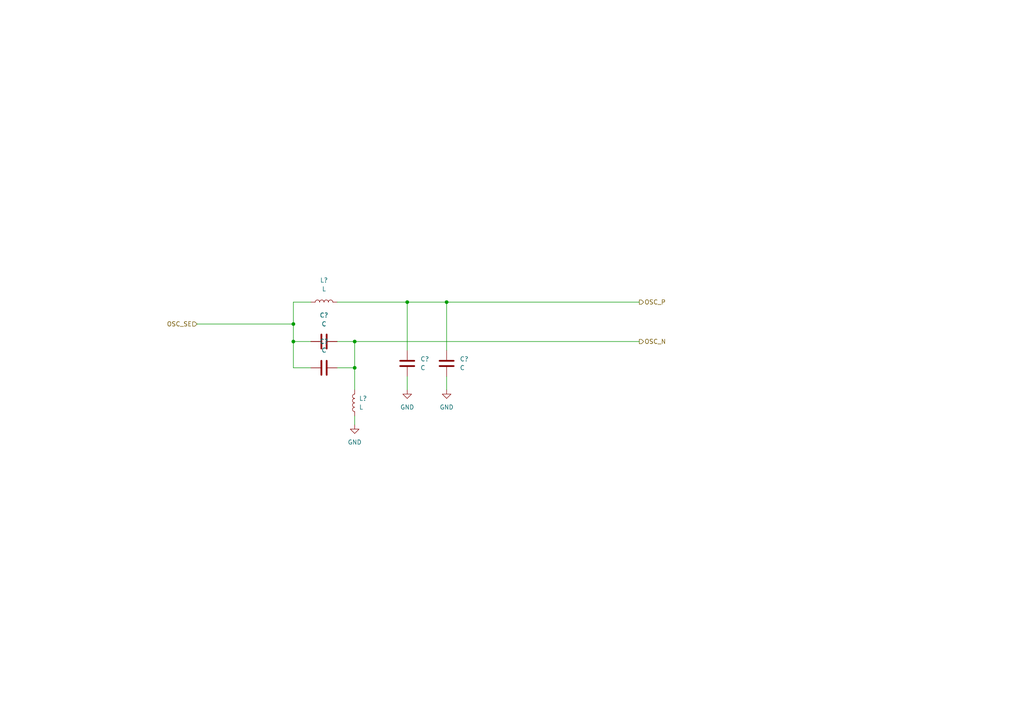
<source format=kicad_sch>
(kicad_sch (version 20211123) (generator eeschema)
  (paper "A4")
  (lib_symbols
    (symbol "Device:C" (pin_numbers hide) (pin_names (offset 0.254))
      (property "Reference" "C" (at 0.635 2.54 0))
      (property "Value" "C" (at 0.635 -2.54 0))
      (symbol "C_0_1"
        (polyline (pts (xy -2.032 -0.762) (xy 2.032 -0.762)) (stroke (width 0.508)))
        (polyline (pts (xy -2.032 0.762) (xy 2.032 0.762)) (stroke (width 0.508)))
      )
      (symbol "C_1_1"
        (pin passive line (at 0 3.81 270) (length 2.794) (name "~") (number "1"))
        (pin passive line (at 0 -3.81 90) (length 2.794) (name "~") (number "2"))
      )
    )
    (symbol "Device:L" (pin_numbers hide) (pin_names (offset 1.016) hide)
      (property "Reference" "L" (at -1.27 0 90))
      (property "Value" "L" (at 1.905 0 90))
      (symbol "L_0_1"
        (arc (start 0 -2.54) (mid 0.635 -1.905) (end 0 -1.27))
        (arc (start 0 -1.27) (mid 0.635 -0.635) (end 0 0))
        (arc (start 0 0) (mid 0.635 0.635) (end 0 1.27))
        (arc (start 0 1.27) (mid 0.635 1.905) (end 0 2.54))
      )
      (symbol "L_1_1"
        (pin passive line (at 0 3.81 270) (length 1.27) (name "1") (number "1"))
        (pin passive line (at 0 -3.81 90) (length 1.27) (name "2") (number "2"))
      )
    )
    (symbol "power:GND" (power) (pin_names (offset 0))
      (property "Value" "GND" (at 0 -3.81 0))
      (symbol "GND_0_1"
        (polyline (pts (xy 0 0) (xy 0 -1.27) (xy 1.27 -1.27) (xy 0 -2.54) (xy -1.27 -1.27) (xy 0 -1.27)))
      )
      (symbol "GND_1_1"
        (pin power_in line (at 0 0 270) (length 0) hide (name "GND") (number "1"))
      )
    )
  )
  (junction (at 129.54 87.63))
  (junction (at 85.09 93.98))
  (junction (at 102.87 106.68))
  (junction (at 85.09 99.06))
  (junction (at 118.11 87.63))
  (junction (at 102.87 99.06))
  (wire (pts (xy 118.11 109.22) (xy 118.11 113.03)))
  (wire (pts (xy 85.09 93.98) (xy 85.09 87.63)))
  (wire (pts (xy 102.87 120.65) (xy 102.87 123.19)))
  (wire (pts (xy 85.09 106.68) (xy 85.09 99.06)))
  (wire (pts (xy 90.17 99.06) (xy 85.09 99.06)))
  (wire (pts (xy 57.15 93.98) (xy 85.09 93.98)))
  (wire (pts (xy 97.79 106.68) (xy 102.87 106.68)))
  (wire (pts (xy 102.87 99.06) (xy 185.42 99.06)))
  (wire (pts (xy 85.09 99.06) (xy 85.09 93.98)))
  (wire (pts (xy 90.17 106.68) (xy 85.09 106.68)))
  (wire (pts (xy 97.79 87.63) (xy 118.11 87.63)))
  (wire (pts (xy 118.11 87.63) (xy 118.11 101.6)))
  (wire (pts (xy 102.87 106.68) (xy 102.87 99.06)))
  (wire (pts (xy 85.09 87.63) (xy 90.17 87.63)))
  (wire (pts (xy 102.87 99.06) (xy 97.79 99.06)))
  (wire (pts (xy 129.54 109.22) (xy 129.54 113.03)))
  (wire (pts (xy 118.11 87.63) (xy 129.54 87.63)))
  (wire (pts (xy 129.54 87.63) (xy 185.42 87.63)))
  (wire (pts (xy 102.87 113.03) (xy 102.87 106.68)))
  (wire (pts (xy 129.54 87.63) (xy 129.54 101.6)))
  (hierarchical_label "OSC_P" (shape output) (at 185.42 87.63 0))
  (hierarchical_label "OSC_N" (shape output) (at 185.42 99.06 0))
  (hierarchical_label "OSC_SE" (shape input) (at 57.15 93.98 180))
  (symbol (lib_id "Device:C") (at 129.54 105.41 180) (unit 1)
    (property "Reference" "C?" (at 133.35 104.1399 0) (effects (justify right)))
    (property "Value" "C" (at 133.35 106.6799 0) (effects (justify right)))
    (property "Footprint" "Capacitor_SMD:C_0603_1608Metric" (effects hide))
  )
  (symbol (lib_id "power:GND") (at 129.54 113.03 0) (unit 1)
    (property "Reference" "#PWR?" (effects hide))
    (property "Value" "GND" (at 129.54 118.11 0))
  )
  (symbol (lib_id "Device:C") (at 93.98 106.68 270) (unit 1)
    (property "Reference" "C?" (at 93.98 99.06 90))
    (property "Value" "C" (at 93.98 101.6 90))
    (property "Footprint" "Capacitor_SMD:C_0603_1608Metric" (effects hide))
  )
  (symbol (lib_id "Device:L") (at 102.87 116.84 180) (unit 1)
    (property "Reference" "L?" (at 104.14 115.5699 0) (effects (justify right)))
    (property "Value" "L" (at 104.14 118.1099 0) (effects (justify right)))
    (property "Footprint" "Capacitor_SMD:C_0805_2012Metric" (effects hide))
  )
  (symbol (lib_id "Device:C") (at 118.11 105.41 180) (unit 1)
    (property "Reference" "C?" (at 121.92 104.1399 0) (effects (justify right)))
    (property "Value" "C" (at 121.92 106.6799 0) (effects (justify right)))
    (property "Footprint" "Capacitor_SMD:C_0603_1608Metric" (effects hide))
  )
  (symbol (lib_id "Device:C") (at 93.98 99.06 90) (unit 1)
    (property "Reference" "C?" (at 93.98 91.44 90))
    (property "Value" "C" (at 93.98 93.98 90))
    (property "Footprint" "Capacitor_SMD:C_0603_1608Metric" (effects hide))
  )
  (symbol (lib_id "power:GND") (at 118.11 113.03 0) (unit 1)
    (property "Reference" "#PWR?" (effects hide))
    (property "Value" "GND" (at 118.11 118.11 0))
  )
  (symbol (lib_id "Device:L") (at 93.98 87.63 90) (unit 1)
    (property "Reference" "L?" (at 93.98 81.28 90))
    (property "Value" "L" (at 93.98 83.82 90))
    (property "Footprint" "Capacitor_SMD:C_0805_2012Metric" (effects hide))
  )
  (symbol (lib_id "power:GND") (at 102.87 123.19 0) (unit 1)
    (property "Reference" "#PWR?" (effects hide))
    (property "Value" "GND" (at 102.87 128.27 0))
  )
)
</source>
